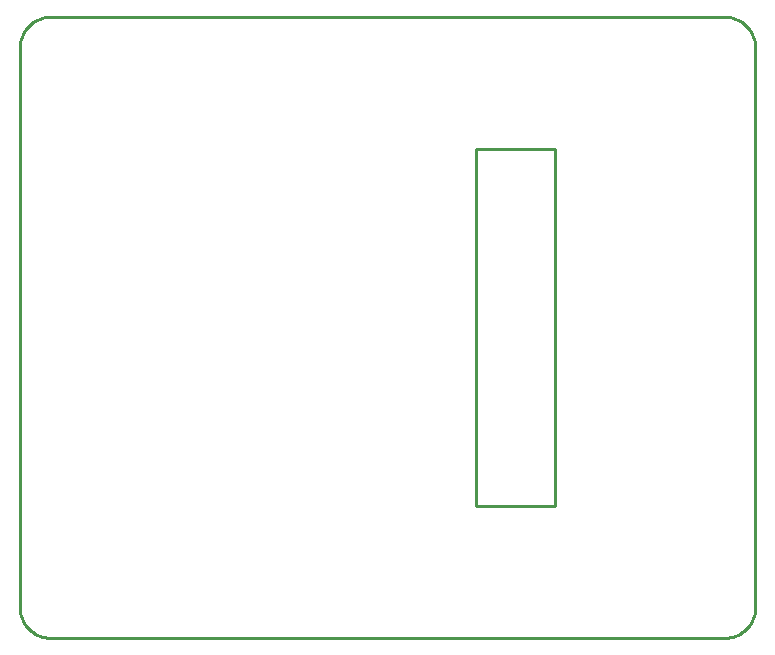
<source format=gbr>
G04 EAGLE Gerber RS-274X export*
G75*
%MOMM*%
%FSLAX34Y34*%
%LPD*%
%IN*%
%IPPOS*%
%AMOC8*
5,1,8,0,0,1.08239X$1,22.5*%
G01*
%ADD10C,0.254000*%


D10*
X0Y25400D02*
X97Y23186D01*
X386Y20989D01*
X865Y18826D01*
X1532Y16713D01*
X2380Y14666D01*
X3403Y12700D01*
X4594Y10831D01*
X5942Y9073D01*
X7440Y7440D01*
X9073Y5942D01*
X10831Y4594D01*
X12700Y3403D01*
X14666Y2380D01*
X16713Y1532D01*
X18826Y865D01*
X20989Y386D01*
X23186Y97D01*
X25400Y0D01*
X596900Y0D01*
X599114Y97D01*
X601311Y386D01*
X603474Y865D01*
X605587Y1532D01*
X607635Y2380D01*
X609600Y3403D01*
X611469Y4594D01*
X613227Y5942D01*
X614861Y7440D01*
X616358Y9073D01*
X617706Y10831D01*
X618897Y12700D01*
X619920Y14666D01*
X620768Y16713D01*
X621435Y18826D01*
X621914Y20989D01*
X622203Y23186D01*
X622300Y25400D01*
X622300Y500380D01*
X622203Y502594D01*
X621914Y504791D01*
X621435Y506954D01*
X620768Y509067D01*
X619920Y511115D01*
X618897Y513080D01*
X617706Y514949D01*
X616358Y516707D01*
X614861Y518341D01*
X613227Y519838D01*
X611469Y521186D01*
X609600Y522377D01*
X607635Y523400D01*
X605587Y524248D01*
X603474Y524915D01*
X601311Y525394D01*
X599114Y525683D01*
X596900Y525780D01*
X25400Y525780D01*
X23186Y525683D01*
X20989Y525394D01*
X18826Y524915D01*
X16713Y524248D01*
X14666Y523400D01*
X12700Y522377D01*
X10831Y521186D01*
X9073Y519838D01*
X7440Y518341D01*
X5942Y516707D01*
X4594Y514949D01*
X3403Y513080D01*
X2380Y511115D01*
X1532Y509067D01*
X865Y506954D01*
X386Y504791D01*
X97Y502594D01*
X0Y500380D01*
X0Y25400D01*
X386080Y111760D02*
X453390Y111760D01*
X453390Y414020D01*
X386080Y414020D01*
X386080Y111760D01*
M02*

</source>
